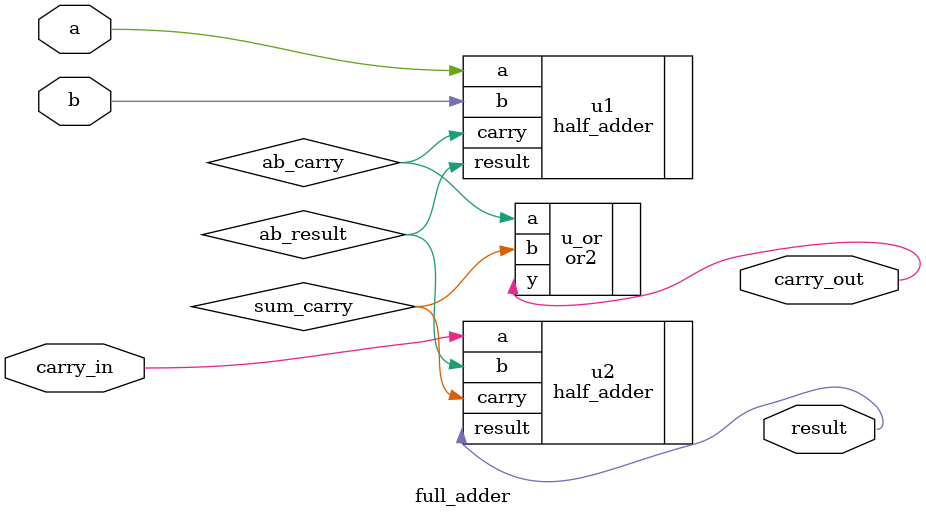
<source format=sv>
module full_adder(
    input  wire a,
    input  wire b,
    input  wire carry_in,
    output wire result,
    output wire carry_out
);
    wire ab_result, ab_carry;
    wire sum_carry;

    half_adder u1(.a(a),        .b(b),        .result(ab_result), .carry(ab_carry));
    half_adder u2(.a(carry_in), .b(ab_result), .result(result),   .carry(sum_carry));

    or2 u_or(.a(ab_carry), .b(sum_carry), .y(carry_out));
endmodule

</source>
